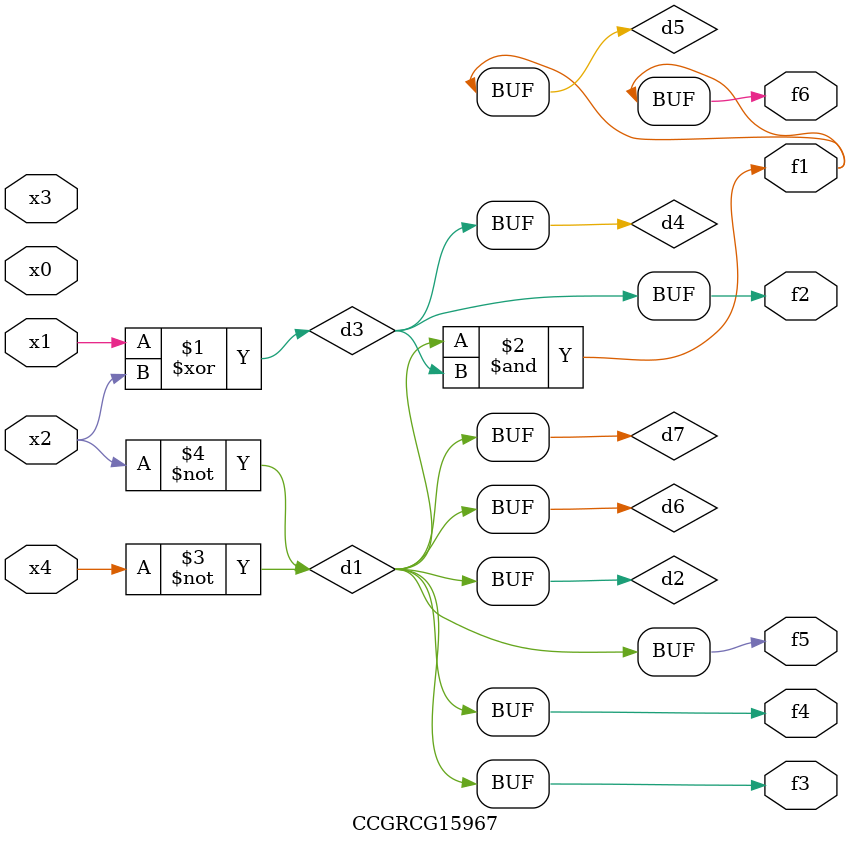
<source format=v>
module CCGRCG15967(
	input x0, x1, x2, x3, x4,
	output f1, f2, f3, f4, f5, f6
);

	wire d1, d2, d3, d4, d5, d6, d7;

	not (d1, x4);
	not (d2, x2);
	xor (d3, x1, x2);
	buf (d4, d3);
	and (d5, d1, d3);
	buf (d6, d1, d2);
	buf (d7, d2);
	assign f1 = d5;
	assign f2 = d4;
	assign f3 = d7;
	assign f4 = d7;
	assign f5 = d7;
	assign f6 = d5;
endmodule

</source>
